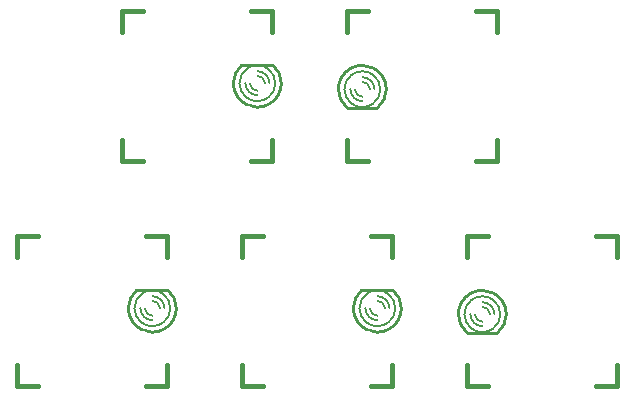
<source format=gto>
G04 (created by PCBNEW (2013-may-18)-stable) date Sun 23 Aug 2015 10:12:23 PM EDT*
%MOIN*%
G04 Gerber Fmt 3.4, Leading zero omitted, Abs format*
%FSLAX34Y34*%
G01*
G70*
G90*
G04 APERTURE LIST*
%ADD10C,0.00590551*%
%ADD11C,0.01*%
%ADD12C,0.006*%
%ADD13C,0.015*%
G04 APERTURE END LIST*
G54D10*
G54D11*
X44000Y-53280D02*
X43000Y-53280D01*
G54D12*
X43115Y-54360D02*
G75*
G03X43500Y-54500I384J460D01*
G74*
G01*
X43500Y-54499D02*
G75*
G03X43897Y-54348I0J599D01*
G74*
G01*
X43500Y-53300D02*
G75*
G03X43110Y-53444I0J-599D01*
G74*
G01*
X43884Y-53439D02*
G75*
G03X43500Y-53300I-384J-460D01*
G74*
G01*
X43150Y-53412D02*
G75*
G03X42900Y-53900I349J-487D01*
G74*
G01*
X42900Y-53900D02*
G75*
G03X43139Y-54379I600J0D01*
G74*
G01*
X44099Y-53900D02*
G75*
G03X43868Y-53427I-599J0D01*
G74*
G01*
X43868Y-54373D02*
G75*
G03X44100Y-53900I-368J473D01*
G74*
G01*
X43250Y-53900D02*
G75*
G03X43500Y-54150I250J0D01*
G74*
G01*
X43100Y-53900D02*
G75*
G03X43500Y-54300I400J0D01*
G74*
G01*
X43750Y-53900D02*
G75*
G03X43500Y-53650I-250J0D01*
G74*
G01*
X43900Y-53900D02*
G75*
G03X43500Y-53500I-400J0D01*
G74*
G01*
G54D11*
X42986Y-53286D02*
G75*
G03X42700Y-53900I513J-613D01*
G74*
G01*
X42701Y-53900D02*
G75*
G03X43123Y-54604I799J0D01*
G74*
G01*
X44298Y-53898D02*
G75*
G03X44015Y-53289I-798J-1D01*
G74*
G01*
X43897Y-54594D02*
G75*
G03X44300Y-53900I-397J694D01*
G74*
G01*
X43120Y-54604D02*
G75*
G03X43500Y-54700I379J704D01*
G74*
G01*
X43500Y-54699D02*
G75*
G03X43918Y-54581I0J799D01*
G74*
G01*
X50000Y-47220D02*
X51000Y-47220D01*
G54D12*
X50884Y-46139D02*
G75*
G03X50500Y-46000I-384J-460D01*
G74*
G01*
X50500Y-46000D02*
G75*
G03X50102Y-46151I0J-599D01*
G74*
G01*
X50500Y-47199D02*
G75*
G03X50889Y-47055I0J599D01*
G74*
G01*
X50115Y-47060D02*
G75*
G03X50500Y-47200I384J460D01*
G74*
G01*
X50849Y-47087D02*
G75*
G03X51100Y-46600I-349J487D01*
G74*
G01*
X51100Y-46600D02*
G75*
G03X50860Y-46120I-600J0D01*
G74*
G01*
X49900Y-46600D02*
G75*
G03X50131Y-47072I599J0D01*
G74*
G01*
X50131Y-46126D02*
G75*
G03X49900Y-46600I368J-473D01*
G74*
G01*
X50750Y-46600D02*
G75*
G03X50500Y-46350I-250J0D01*
G74*
G01*
X50900Y-46600D02*
G75*
G03X50500Y-46200I-400J0D01*
G74*
G01*
X50250Y-46600D02*
G75*
G03X50500Y-46850I250J0D01*
G74*
G01*
X50100Y-46600D02*
G75*
G03X50500Y-47000I400J0D01*
G74*
G01*
G54D11*
X51013Y-47213D02*
G75*
G03X51300Y-46600I-513J613D01*
G74*
G01*
X51299Y-46600D02*
G75*
G03X50876Y-45895I-799J0D01*
G74*
G01*
X49701Y-46601D02*
G75*
G03X49984Y-47210I798J1D01*
G74*
G01*
X50102Y-45905D02*
G75*
G03X49700Y-46600I397J-694D01*
G74*
G01*
X50879Y-45895D02*
G75*
G03X50500Y-45800I-379J-704D01*
G74*
G01*
X50500Y-45800D02*
G75*
G03X50081Y-45918I0J-799D01*
G74*
G01*
X47500Y-45780D02*
X46500Y-45780D01*
G54D12*
X46615Y-46860D02*
G75*
G03X47000Y-47000I384J460D01*
G74*
G01*
X47000Y-46999D02*
G75*
G03X47397Y-46848I0J599D01*
G74*
G01*
X47000Y-45800D02*
G75*
G03X46610Y-45944I0J-599D01*
G74*
G01*
X47384Y-45939D02*
G75*
G03X47000Y-45800I-384J-460D01*
G74*
G01*
X46650Y-45912D02*
G75*
G03X46400Y-46400I349J-487D01*
G74*
G01*
X46400Y-46400D02*
G75*
G03X46639Y-46879I600J0D01*
G74*
G01*
X47599Y-46400D02*
G75*
G03X47368Y-45927I-599J0D01*
G74*
G01*
X47368Y-46873D02*
G75*
G03X47600Y-46400I-368J473D01*
G74*
G01*
X46750Y-46400D02*
G75*
G03X47000Y-46650I250J0D01*
G74*
G01*
X46600Y-46400D02*
G75*
G03X47000Y-46800I400J0D01*
G74*
G01*
X47250Y-46400D02*
G75*
G03X47000Y-46150I-250J0D01*
G74*
G01*
X47400Y-46400D02*
G75*
G03X47000Y-46000I-400J0D01*
G74*
G01*
G54D11*
X46486Y-45786D02*
G75*
G03X46200Y-46400I513J-613D01*
G74*
G01*
X46201Y-46400D02*
G75*
G03X46623Y-47104I799J0D01*
G74*
G01*
X47798Y-46398D02*
G75*
G03X47515Y-45789I-798J-1D01*
G74*
G01*
X47397Y-47094D02*
G75*
G03X47800Y-46400I-397J694D01*
G74*
G01*
X46620Y-47104D02*
G75*
G03X47000Y-47200I379J704D01*
G74*
G01*
X47000Y-47199D02*
G75*
G03X47418Y-47081I0J799D01*
G74*
G01*
X51500Y-53280D02*
X50500Y-53280D01*
G54D12*
X50615Y-54360D02*
G75*
G03X51000Y-54500I384J460D01*
G74*
G01*
X51000Y-54499D02*
G75*
G03X51397Y-54348I0J599D01*
G74*
G01*
X51000Y-53300D02*
G75*
G03X50610Y-53444I0J-599D01*
G74*
G01*
X51384Y-53439D02*
G75*
G03X51000Y-53300I-384J-460D01*
G74*
G01*
X50650Y-53412D02*
G75*
G03X50400Y-53900I349J-487D01*
G74*
G01*
X50400Y-53900D02*
G75*
G03X50639Y-54379I600J0D01*
G74*
G01*
X51599Y-53900D02*
G75*
G03X51368Y-53427I-599J0D01*
G74*
G01*
X51368Y-54373D02*
G75*
G03X51600Y-53900I-368J473D01*
G74*
G01*
X50750Y-53900D02*
G75*
G03X51000Y-54150I250J0D01*
G74*
G01*
X50600Y-53900D02*
G75*
G03X51000Y-54300I400J0D01*
G74*
G01*
X51250Y-53900D02*
G75*
G03X51000Y-53650I-250J0D01*
G74*
G01*
X51400Y-53900D02*
G75*
G03X51000Y-53500I-400J0D01*
G74*
G01*
G54D11*
X50486Y-53286D02*
G75*
G03X50200Y-53900I513J-613D01*
G74*
G01*
X50201Y-53900D02*
G75*
G03X50623Y-54604I799J0D01*
G74*
G01*
X51798Y-53898D02*
G75*
G03X51515Y-53289I-798J-1D01*
G74*
G01*
X51397Y-54594D02*
G75*
G03X51800Y-53900I-397J694D01*
G74*
G01*
X50620Y-54604D02*
G75*
G03X51000Y-54700I379J704D01*
G74*
G01*
X51000Y-54699D02*
G75*
G03X51418Y-54581I0J799D01*
G74*
G01*
X54000Y-54720D02*
X55000Y-54720D01*
G54D12*
X54884Y-53639D02*
G75*
G03X54500Y-53500I-384J-460D01*
G74*
G01*
X54500Y-53500D02*
G75*
G03X54102Y-53651I0J-599D01*
G74*
G01*
X54500Y-54699D02*
G75*
G03X54889Y-54555I0J599D01*
G74*
G01*
X54115Y-54560D02*
G75*
G03X54500Y-54700I384J460D01*
G74*
G01*
X54849Y-54587D02*
G75*
G03X55100Y-54100I-349J487D01*
G74*
G01*
X55100Y-54100D02*
G75*
G03X54860Y-53620I-600J0D01*
G74*
G01*
X53900Y-54100D02*
G75*
G03X54131Y-54572I599J0D01*
G74*
G01*
X54131Y-53626D02*
G75*
G03X53900Y-54100I368J-473D01*
G74*
G01*
X54750Y-54100D02*
G75*
G03X54500Y-53850I-250J0D01*
G74*
G01*
X54900Y-54100D02*
G75*
G03X54500Y-53700I-400J0D01*
G74*
G01*
X54250Y-54100D02*
G75*
G03X54500Y-54350I250J0D01*
G74*
G01*
X54100Y-54100D02*
G75*
G03X54500Y-54500I400J0D01*
G74*
G01*
G54D11*
X55013Y-54713D02*
G75*
G03X55300Y-54100I-513J613D01*
G74*
G01*
X55299Y-54100D02*
G75*
G03X54876Y-53395I-799J0D01*
G74*
G01*
X53701Y-54101D02*
G75*
G03X53984Y-54710I798J1D01*
G74*
G01*
X54102Y-53405D02*
G75*
G03X53700Y-54100I397J-694D01*
G74*
G01*
X54879Y-53395D02*
G75*
G03X54500Y-53300I-379J-704D01*
G74*
G01*
X54500Y-53300D02*
G75*
G03X54081Y-53418I0J-799D01*
G74*
G01*
G54D13*
X39000Y-56500D02*
X39000Y-55800D01*
X39000Y-52200D02*
X39000Y-51500D01*
X39000Y-51500D02*
X39700Y-51500D01*
X43300Y-51500D02*
X44000Y-51500D01*
X44000Y-51500D02*
X44000Y-52200D01*
X44000Y-55800D02*
X44000Y-56500D01*
X44000Y-56500D02*
X43300Y-56500D01*
X39700Y-56500D02*
X39000Y-56500D01*
X55000Y-44000D02*
X55000Y-44700D01*
X55000Y-48300D02*
X55000Y-49000D01*
X55000Y-49000D02*
X54300Y-49000D01*
X50700Y-49000D02*
X50000Y-49000D01*
X50000Y-49000D02*
X50000Y-48300D01*
X50000Y-44700D02*
X50000Y-44000D01*
X50000Y-44000D02*
X50700Y-44000D01*
X54300Y-44000D02*
X55000Y-44000D01*
X46500Y-56500D02*
X46500Y-55800D01*
X46500Y-52200D02*
X46500Y-51500D01*
X46500Y-51500D02*
X47200Y-51500D01*
X50800Y-51500D02*
X51500Y-51500D01*
X51500Y-51500D02*
X51500Y-52200D01*
X51500Y-55800D02*
X51500Y-56500D01*
X51500Y-56500D02*
X50800Y-56500D01*
X47200Y-56500D02*
X46500Y-56500D01*
X59000Y-51500D02*
X59000Y-52200D01*
X59000Y-55800D02*
X59000Y-56500D01*
X59000Y-56500D02*
X58300Y-56500D01*
X54700Y-56500D02*
X54000Y-56500D01*
X54000Y-56500D02*
X54000Y-55800D01*
X54000Y-52200D02*
X54000Y-51500D01*
X54000Y-51500D02*
X54700Y-51500D01*
X58300Y-51500D02*
X59000Y-51500D01*
X42500Y-49000D02*
X42500Y-48300D01*
X42500Y-44700D02*
X42500Y-44000D01*
X42500Y-44000D02*
X43200Y-44000D01*
X46800Y-44000D02*
X47500Y-44000D01*
X47500Y-44000D02*
X47500Y-44700D01*
X47500Y-48300D02*
X47500Y-49000D01*
X47500Y-49000D02*
X46800Y-49000D01*
X43200Y-49000D02*
X42500Y-49000D01*
G54D11*
M02*

</source>
